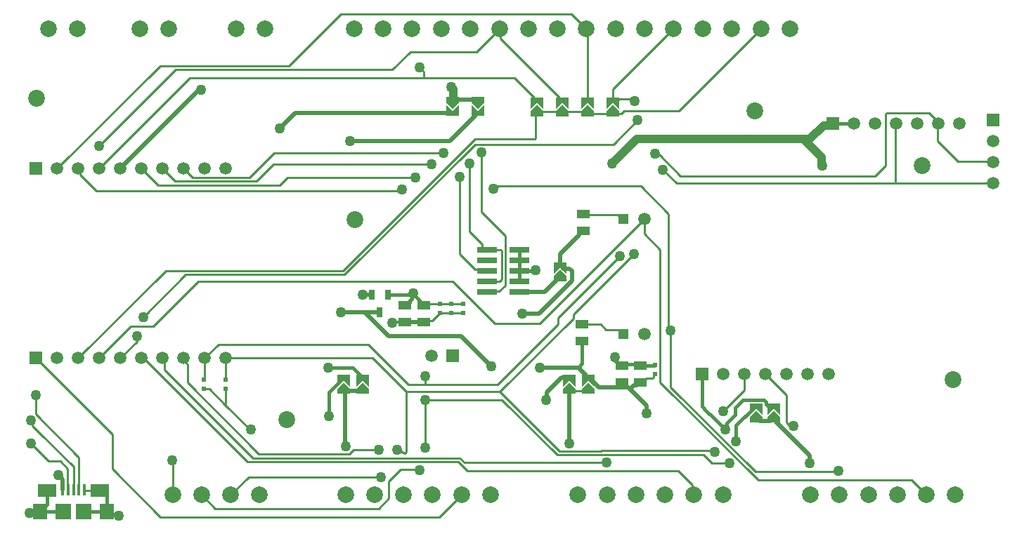
<source format=gtl>
%FSTAX23Y23*%
%MOIN*%
%SFA1B1*%

%IPPOS*%
%ADD12C,0.010000*%
%ADD13C,0.020000*%
%ADD17O,0.040000X0.020000*%
%ADD32R,0.015750X0.053150*%
%ADD33R,0.086610X0.062990*%
%ADD34R,0.070870X0.074800*%
%ADD35R,0.074800X0.074800*%
%ADD36R,0.021650X0.021650*%
%ADD37R,0.060000X0.040000*%
%ADD38R,0.094490X0.029920*%
%ADD39R,0.025590X0.049210*%
%ADD40C,0.016000*%
%ADD41C,0.040000*%
%ADD42C,0.014000*%
%ADD43C,0.079530*%
%ADD44R,0.059060X0.059060*%
%ADD45C,0.059060*%
%ADD46R,0.047240X0.047240*%
%ADD47R,0.059060X0.059060*%
%ADD48C,0.078740*%
%ADD49C,0.050000*%
%LNlayout-1*%
%LPD*%
G36*
X0321Y0302D02*
X0318Y0299D01*
X0315Y0302*
Y03045*
X0321*
Y0302*
G37*
G36*
X0309D02*
X0306Y0299D01*
X0303Y0302*
Y03045*
X0309*
Y0302*
G37*
G36*
X0385Y02987D02*
X0382Y03017D01*
X0379Y02987*
Y03042*
X0385*
Y02987*
G37*
G36*
X0373D02*
X037Y03017D01*
X0367Y02987*
Y03042*
X0373*
Y02987*
G37*
G36*
X0361D02*
X0358Y03017D01*
X0355Y02987*
Y03042*
X0361*
Y02987*
G37*
G36*
X0349D02*
X0346Y03017D01*
X0343Y02987*
Y03042*
X0349*
Y02987*
G37*
G36*
X0321Y02955D02*
X0315D01*
Y0301*
X0318Y0298*
X0321Y0301*
Y02955*
G37*
G36*
X0309D02*
X0303D01*
Y0301*
X0306Y0298*
X0309Y0301*
Y02955*
G37*
G36*
X0385Y02977D02*
Y02952D01*
X0379*
Y02977*
X0382Y03007*
X0385Y02977*
G37*
G36*
X0373D02*
Y02952D01*
X0367*
Y02977*
X037Y03007*
X0373Y02977*
G37*
G36*
X0361D02*
Y02952D01*
X0355*
Y02977*
X0358Y03007*
X0361Y02977*
G37*
G36*
X0349D02*
Y02952D01*
X0343*
Y02977*
X0346Y03007*
X0349Y02977*
G37*
G36*
X036Y02205D02*
X0357Y02235D01*
X0354Y02205*
Y0226*
X036*
Y02205*
G37*
G36*
Y02195D02*
Y0217D01*
X0354*
Y02195*
X0357Y02225*
X036Y02195*
G37*
G36*
X03735Y0167D02*
X03705Y017D01*
X03675Y0167*
Y01725*
X03735*
Y0167*
G37*
G36*
X03645D02*
X03615Y017D01*
X03585Y0167*
Y01725*
X03645*
Y0167*
G37*
G36*
X02665D02*
X02635Y017D01*
X02605Y0167*
Y01725*
X02665*
Y0167*
G37*
G36*
X02575D02*
X02545Y017D01*
X02515Y0167*
Y01725*
X02575*
Y0167*
G37*
G36*
X03735Y0166D02*
Y01635D01*
X03675*
Y0166*
X03705Y0169*
X03735Y0166*
G37*
G36*
X03645D02*
Y01635D01*
X03585*
Y0166*
X03615Y0169*
X03645Y0166*
G37*
G36*
X02665D02*
Y01635D01*
X02605*
Y0166*
X02635Y0169*
X02665Y0166*
G37*
G36*
X02575D02*
Y01635D01*
X02515*
Y0166*
X02545Y0169*
X02575Y0166*
G37*
G36*
X04615Y01535D02*
X04585Y01565D01*
X04555Y01535*
Y0159*
X04615*
Y01535*
G37*
G36*
X0453D02*
X045Y01565D01*
X0447Y01535*
Y0159*
X0453*
Y01535*
G37*
G36*
X04615Y01525D02*
Y015D01*
X04555*
Y01525*
X04585Y01555*
X04615Y01525*
G37*
G36*
X0453D02*
Y015D01*
X0447*
Y01525*
X045Y01555*
X0453Y01525*
G37*
G54D12*
X03615Y01647D02*
X03705D01*
X02899Y01275D02*
X02902Y01272D01*
X02815Y01275D02*
X02899D01*
X02822Y01354D02*
X02829D01*
X02141Y01348D02*
X02569D01*
X03117Y01308D02*
X0379D01*
X02809Y01368D02*
X02822Y01354D01*
X03094Y0133D02*
X03117Y01308D01*
X02798Y01368D02*
X02809D01*
X03087Y01312D02*
X0313Y0127D01*
X02114Y0133D02*
X03094D01*
X02087Y01312D02*
X03087D01*
X02569Y01348D02*
X0259Y0137D01*
X01595Y01805D02*
X02087Y01312D01*
X01802Y01687D02*
X02141Y01348D01*
X01694Y0175D02*
X02114Y0133D01*
X0259Y0137D02*
X0271D01*
X02832Y01351D02*
X02834D01*
X02829Y01354D02*
X02832Y01351D01*
X0293Y0138D02*
Y01605D01*
X02758Y01218D02*
X02815Y01275D01*
X02758Y01138D02*
Y01218D01*
X0284Y01357D02*
Y01645D01*
X02834Y01351D02*
X0284Y01357D01*
X02092Y0124D02*
X0272D01*
X02007Y01155D02*
X02092Y0124D01*
X0313Y0127D02*
X0413D01*
X0271Y0109D02*
X02758Y01138D01*
X01935Y0109D02*
X0271D01*
X03295Y01605D02*
X03556Y01344D01*
X04249Y01346D02*
X04289Y01305D01*
X03285Y01645D02*
X03568Y01362D01*
X03764D02*
X03766Y01364D01*
X04301*
X03556Y01344D02*
X03772D01*
X0413Y0127D02*
X04196Y01203D01*
X03568Y01362D02*
X03764D01*
X03774Y01346D02*
X04249D01*
X03772Y01344D02*
X03774Y01346D01*
X04301Y01364D02*
X04305Y0136D01*
X01313Y01178D02*
X01316Y01175D01*
X01313Y01178D02*
Y0118D01*
X01316Y01175D02*
X01386D01*
X04289Y01305D02*
X04374D01*
X04645Y015D02*
X04665Y01479D01*
X04674*
X04676Y01481*
X04645Y015D02*
Y0163D01*
X04545Y0173D02*
X04645Y0163D01*
X04343Y01551D02*
X04445Y01652D01*
Y0173*
X0293Y01605D02*
X03295D01*
X03632Y02012D02*
X0392Y023D01*
X03788Y01938D02*
X03851D01*
X0387Y0192*
X03762Y01965D02*
X03788Y01938D01*
X03675Y01965D02*
X03762D01*
X04496Y01265D02*
X0489D01*
X04045Y0169D02*
X0451Y01225D01*
X04095Y01666D02*
X04496Y01265D01*
X0451Y01225D02*
X05238D01*
X04095Y01666D02*
Y01935D01*
X04045Y0169D02*
Y0232D01*
X03632Y01992D02*
Y02012D01*
X0284Y01645D02*
X03285D01*
X03632Y01992*
X0266Y0187D02*
X0285Y0168D01*
X0195Y0187D02*
X0266D01*
X01985Y01805D02*
X0268D01*
X0284Y01645*
X0285Y0168D02*
X0293D01*
X0395Y0169D02*
X0395Y0169D01*
X0396Y01689D02*
X0398Y0171D01*
X04014Y01715D02*
Y01721D01*
X04009Y0171D02*
X04014Y01715D01*
X0398Y0171D02*
X04009D01*
X04014Y01721D02*
X0402Y01727D01*
X0395Y01689D02*
X0396D01*
X0397Y02395D02*
X04045Y0232D01*
X03Y02063D02*
X03055D01*
X02933D02*
X03D01*
X03475Y0197D02*
X0397Y02465D01*
X0326Y0197D02*
X03475D01*
X03055Y02063D02*
X0311D01*
X03095Y02299D02*
Y02665D01*
Y02299D02*
X03168Y02226D01*
X03218*
X03225Y0222*
X05115Y0272D02*
Y02964D01*
X0414Y0267D02*
X05065D01*
X05115Y0272*
X04058Y02699D02*
X04122Y02635D01*
X04043Y02767D02*
X0414Y0267D01*
X04122Y02635D02*
X0516D01*
X0516Y02635D02*
Y02849D01*
X0516Y02635D02*
X05625D01*
X0516Y0285D02*
Y02935D01*
Y02635D02*
X0516Y02635D01*
X0402Y02775D02*
X04027Y02767D01*
X04043*
X03166Y0282D02*
X03822D01*
X03936Y02934*
X02773Y01972D02*
X02775Y01975D01*
X03055Y02017D02*
X0311D01*
X03D02*
X03055D01*
X02931Y01981D02*
X02964D01*
X03Y02017*
X02925Y01975D02*
X02931Y01981D01*
X0489Y01265D02*
X04896D01*
X049*
X01731Y0132D02*
X01732Y0132D01*
Y01155D02*
Y0132D01*
X01109Y0178D02*
X01447Y01442D01*
Y01277D02*
Y01442D01*
Y01277D02*
X01675Y0105D01*
X01985Y0158D02*
X021Y01465D01*
X01908Y01657D02*
X01985Y0158D01*
Y01657*
X021Y01465D02*
X02103D01*
X021Y01465D02*
X021Y01465D01*
X0188Y01657D02*
X01908D01*
X05457Y02738D02*
X05622D01*
X0536Y02835D02*
X05457Y02738D01*
X05622D02*
X05625Y02735D01*
X03274Y0168D02*
X0356Y01966D01*
Y01995D02*
X03855Y0229D01*
X0293Y0168D02*
X03274D01*
X0356Y01966D02*
Y01995D01*
X01099Y0145D02*
D01*
X01067Y01482D02*
Y015D01*
Y01482D02*
X01099Y0145D01*
X01262Y01287D01*
X0106Y014D02*
X01145Y01315D01*
X012*
X0382Y02965D02*
X0386D01*
X01085Y01537D02*
X01288Y01333D01*
X01085Y01537D02*
Y0163D01*
X0106Y01508D02*
X01067Y015D01*
X01288Y0118D02*
Y01333D01*
X01085Y01805D02*
X01109Y0178D01*
X01675Y0105D02*
X02998D01*
X01855Y0217D02*
X0306D01*
X0326Y0197*
X0397Y02395D02*
Y02465D01*
X012Y01315D02*
X01235Y0128D01*
Y01182D02*
Y0128D01*
X01262Y0118D02*
Y01287D01*
X0293Y0168D02*
Y0172D01*
X0187Y01155D02*
X01935Y0109D01*
X02998Y0105D02*
X03103Y01155D01*
X03196Y02498D02*
Y02782D01*
X0331Y0215D02*
Y02385D01*
X03196Y02498D02*
X0331Y02385D01*
X02215Y0278D02*
X0302D01*
X0314Y02405D02*
Y0273D01*
X03255Y0261D02*
X03265D01*
X03278Y02623D02*
X03952D01*
X03265Y0261D02*
X03278Y02623D01*
X03285Y0217D02*
X03292Y02177D01*
X03286Y0232D02*
X03292Y02314D01*
Y02177D02*
Y02314D01*
X0321Y0232D02*
X03286D01*
X03226Y02121D02*
X03281D01*
X0331Y0215*
X03225Y0212D02*
X03226Y02121D01*
X03225Y0217D02*
X03285D01*
X04196Y01163D02*
Y01203D01*
Y01163D02*
X04205Y01155D01*
X0489Y01268D02*
X04896D01*
X049Y01265*
X05238Y01225D02*
X05308Y01155D01*
X0379Y01157D02*
X03792Y01155D01*
X0269D02*
X02693Y01158D01*
X01802Y01687D02*
Y01774D01*
X01785Y01792D02*
Y01805D01*
Y01792D02*
X01802Y01774D01*
X01694Y0175D02*
Y01795D01*
X01685Y01805D02*
X01694Y01795D01*
X03875Y0298D02*
X04132D01*
X037Y02965D02*
X0382D01*
X0386D02*
X03875Y0298D01*
X04132D02*
X04522Y0337D01*
X03917Y03032D02*
X03925Y03024D01*
X03899Y03035D02*
X03901Y03032D01*
X03917*
X0385Y03035D02*
X03899D01*
X03845Y0303D02*
X0385Y03035D01*
X01592Y02D02*
X01794Y02202D01*
X02548*
X03166Y0282*
X03019Y0278D02*
X0302Y0278D01*
X03018Y0278D02*
X03019D01*
X0221Y02725D02*
X0296D01*
X032Y02329D02*
Y02344D01*
Y02329D02*
X0321Y0232D01*
X0314Y02405D02*
X032Y02344D01*
X03952Y02623D02*
X04085Y0249D01*
X02276Y02663D02*
X02884D01*
X01663Y02626D02*
X02239D01*
X02276Y02663*
X03166Y02845D02*
X03449D01*
X03001Y0268D02*
X03166Y02845D01*
X03001Y0268D02*
D01*
X02097Y02662D02*
X02215Y0278D01*
X02541Y0222D02*
X03001Y0268D01*
X02129Y02644D02*
X0221Y02725D01*
X017Y0222D02*
X02541D01*
X01285Y01805D02*
X017Y0222D01*
X01563Y01883D02*
Y01909D01*
X01485Y01805D02*
X01563Y01883D01*
X0516Y0285D02*
X0516Y02849D01*
X0532Y0297D02*
X05355Y02935D01*
X0512Y0297D02*
X0532D01*
X05355Y02935D02*
X0536D01*
X05115Y02964D02*
X0512Y0297D01*
X0409Y01935D02*
X04095D01*
X04085Y0194D02*
X0409Y01935D01*
X04085Y0194D02*
Y0249D01*
X01885Y01805D02*
X0195Y0187D01*
X0536Y02835D02*
Y02935D01*
X03455Y0285D02*
Y02965D01*
X03449Y02845D02*
X03455Y0285D01*
X01785Y02705D02*
X01827Y02662D01*
X02097*
X01745Y02644D02*
X02129D01*
X01685Y02705D02*
X01745Y02644D01*
X01585Y02705D02*
X01663Y02626D01*
X0137Y026D02*
X0281D01*
X0282Y02605D02*
Y0261D01*
X01365Y02605D02*
D01*
X0281Y026D02*
X0282Y0261D01*
X01365Y02605D02*
X0137Y026D01*
X01294Y02676D02*
X01365Y02605D01*
X03455Y02965D02*
Y02974D01*
X01285Y02705D02*
X01294Y02695D01*
Y02676D02*
Y02695D01*
X03288Y03321D02*
X03568Y03041D01*
Y03034D02*
Y03041D01*
X03572Y0303D02*
X0358D01*
X03282Y0337D02*
X03288Y03363D01*
Y03321D02*
Y03363D01*
X03568Y03034D02*
X03572Y0303D01*
X03172Y0326D02*
X03282Y0337D01*
X0286Y0326D02*
X03172D01*
X02775Y03175D02*
X0286Y0326D01*
X02925Y03135D02*
Y03163D01*
X02903Y03185D02*
X02925Y03163D01*
X01815Y03135D02*
X02925D01*
X01746Y03175D02*
X02775D01*
X02283Y03193D02*
X0253Y0344D01*
X01185Y02705D02*
X01673Y03193D01*
X02283*
X01384Y02813D02*
X01746Y03175D01*
X01385Y02705D02*
X01815Y03135D01*
X03695Y0337D02*
X037Y03365D01*
X03625Y0344D02*
X03695Y0337D01*
X0253Y0344D02*
X03625D01*
X03448Y03034D02*
Y03041D01*
X02925Y03135D02*
X03355D01*
X03452Y0303D02*
X0346D01*
X03448Y03034D02*
X03452Y0303D01*
X03355Y03135D02*
X03448Y03041D01*
X0382Y0303D02*
Y03081D01*
X04108Y0337*
X037Y0303D02*
Y03365D01*
X01235Y01182D02*
X01236Y0118D01*
X01585Y01805D02*
X01595D01*
X03845Y02485D02*
X03846Y02483D01*
X0368Y0249D02*
X03685Y02485D01*
X03851Y02483D02*
X0387Y02465D01*
X03846Y02483D02*
X03851D01*
X03685Y02485D02*
X03845D01*
X0164Y01955D02*
X01855Y0217D01*
X01535Y01955D02*
X0164D01*
X01385Y01805D02*
X01535Y01955D01*
X03594Y02985D02*
X03604Y02974D01*
X03585Y02985D02*
X03594D01*
X03604Y02974D02*
X03679D01*
X03688Y02965*
X037*
X03574Y02974D02*
X03585Y02985D01*
X03484Y02974D02*
X03574D01*
X03479Y0298D02*
X03484Y02974D01*
X03455Y02974D02*
X0346Y0298D01*
X03479*
X01985Y01703D02*
Y01805D01*
X0188Y01703D02*
X01885Y01708D01*
Y01805*
G54D13*
X03611Y01647D02*
Y01659D01*
X02549Y0139D02*
Y01647D01*
Y0139D02*
X02553Y01386D01*
X02549Y01647D02*
X02553D01*
X04595Y01502D02*
X04755Y01342D01*
X03615Y014D02*
Y01647D01*
X03611D02*
X03615D01*
X0398Y01544D02*
Y01579D01*
Y01544D02*
X03981Y01543D01*
X03895Y01665D02*
X0398Y01579D01*
X03755Y01665D02*
X03895D01*
X03934Y01674D02*
X0395Y0169D01*
X0391Y01664D02*
X0392Y01674D01*
X03934*
X03712Y01708D02*
X03755Y01665D01*
X0339Y02015D02*
X0347D01*
X03626Y02171D02*
Y02218D01*
X0347Y02015D02*
X03626Y02171D01*
X03497Y0212D02*
X0356Y02182D01*
X03615Y0223D02*
X03626Y02218D01*
X03378Y0212D02*
X03497D01*
X0356Y02182D02*
X0357D01*
X03585Y0223D02*
X03615D01*
X02835Y01975D02*
X02925D01*
X03506Y01606D02*
Y01641D01*
X03505Y01605D02*
X03506Y01606D01*
Y01641D02*
X03577Y01712D01*
X03615*
X02645Y02023D02*
X02715D01*
X02533D02*
X02645D01*
X03695Y01712D02*
Y01722D01*
X02645Y02023D02*
X02758Y0191D01*
X031*
X03245Y01765*
X03657Y0176D02*
X03695Y01722D01*
X03475Y0176D02*
X03657D01*
X03695Y01712D02*
X03705D01*
X02635Y02105D02*
X02635Y02105D01*
X02676*
X02677Y02106*
X02531Y02021D02*
X02533Y02023D01*
X0224Y02895D02*
X02312Y02967D01*
X02239Y02895D02*
Y02895D01*
Y02895D02*
X0224Y02895D01*
X02312Y02967D02*
X0306D01*
X0317Y02957D02*
Y02967D01*
X02575Y02835D02*
X03047D01*
X0317Y02967D02*
X0318D01*
X03047Y02835D02*
X0317Y02957D01*
X01485Y02705D02*
X01865Y03085D01*
Y0308D02*
Y03085D01*
Y0308D02*
X01867Y03077D01*
X01211Y0118D02*
Y01228D01*
X0119Y0125D02*
X01211Y01228D01*
X03065Y0302D02*
Y03032D01*
X0318*
X0306D02*
X03065D01*
X03055Y03091D02*
X03065Y03082D01*
X02553Y01647D02*
X02622D01*
X02545D02*
X02553D01*
X04575Y01512D02*
X04595D01*
X0451D02*
X04517Y01505D01*
X04567D02*
X04575Y01512D01*
X04517Y01505D02*
X04567D01*
X04595Y01502D02*
Y01512D01*
X045D02*
X0451D01*
X04755Y01304D02*
Y01342D01*
X0366Y0239D02*
Y024D01*
X0367Y0241*
X0368*
X0357Y02247D02*
Y023D01*
X0366Y0239*
G54D17*
X04585Y01577D03*
Y01512D03*
X045Y01577D03*
Y01512D03*
X02545Y01712D03*
Y01647D03*
X02635Y01712D03*
Y01647D03*
X03615D03*
Y01712D03*
X03705Y01647D03*
Y01712D03*
X0357Y02182D03*
Y02247D03*
X0318Y03032D03*
Y02967D03*
X0306Y03032D03*
Y02967D03*
X0346Y02965D03*
Y0303D03*
X0358Y02965D03*
Y0303D03*
X0382Y02965D03*
Y0303D03*
X037Y02965D03*
Y0303D03*
G54D32*
X01211Y0118D03*
X01236D03*
X01262D03*
X01288D03*
X01313D03*
G54D33*
X01138Y01175D03*
X01386D03*
G54D34*
X01105Y01075D03*
X01419D03*
G54D35*
X01215Y01075D03*
X01309D03*
G54D36*
X0402Y01773D03*
Y01727D03*
X0311Y02063D03*
Y02017D03*
X03055Y02063D03*
Y02017D03*
X03Y02063D03*
Y02017D03*
X0188Y01657D03*
Y01703D03*
X01985Y01657D03*
Y01703D03*
G54D37*
X0395Y01689D03*
Y01769D03*
X03865Y01689D03*
Y01769D03*
X02835Y01975D03*
Y02055D03*
X02925Y01975D03*
Y02055D03*
X03675Y01885D03*
Y01965D03*
X0368Y0241D03*
Y0249D03*
G54D38*
X03378Y0212D03*
X03225D03*
X03378Y0217D03*
X03225D03*
X03378Y0222D03*
X03225D03*
X03378Y0227D03*
X03225D03*
X03378Y0232D03*
X03225D03*
G54D39*
X02752Y02106D03*
X02677D03*
X02715Y02023D03*
G54D40*
X04546Y01586D02*
X04555Y01577D01*
X04546Y01586D02*
Y01596D01*
X04437Y01606D02*
X04536D01*
X04555Y01577D02*
X04585D01*
X04536Y01606D02*
X04546Y01596D01*
X044Y01568D02*
X04437Y01606D01*
X044Y01535D02*
Y01568D01*
X04355Y01465D02*
X04361Y01471D01*
Y01496*
X044Y01535*
X0395Y01769D02*
X04016D01*
X03835Y01789D02*
Y01802D01*
X03829Y01809D02*
X03835Y01802D01*
Y01789D02*
X03848Y01776D01*
X03968*
X04245Y01575D02*
X04254Y01566D01*
X04281Y01539D02*
X04355Y01465D01*
X04254Y01563D02*
X04278Y01539D01*
X04254Y01563D02*
Y01566D01*
X04278Y01539D02*
X04281D01*
X04245Y01575D02*
Y0173D01*
X04405Y01485D02*
X04489Y01569D01*
X04405Y0141D02*
Y01485D01*
X04016Y01769D02*
X0402Y01773D01*
X03657Y0176D02*
X03675Y01777D01*
Y01885*
X03452Y0222D02*
X03453Y02221D01*
X03378Y0222D02*
X03452D01*
X03378Y0217D02*
Y0222D01*
Y0227*
Y0232*
X02925Y02055D02*
X02933Y02063D01*
X02903Y02067D02*
Y02077D01*
X02872Y02107D02*
X02903Y02077D01*
X02915Y02055D02*
X02925D01*
X02903Y02067D02*
X02915Y02055D01*
X02872Y02107D02*
Y02112D01*
X02867Y02106D02*
X02872Y02112D01*
X02866Y02105D02*
X02867Y02106D01*
X02857Y02067D02*
Y02077D01*
X02866Y02086*
Y02105*
X02835Y02055D02*
X02845D01*
X02857Y02067*
X02752Y02106D02*
X02867D01*
X0147Y01062D02*
X01478Y01054D01*
X01419Y01075D02*
X01432Y01062D01*
X0147*
X01054Y01067D02*
X01061Y01075D01*
X01105*
Y01076*
X01138Y0111D02*
Y01175D01*
X01105Y01076D02*
X01138Y0111D01*
X01396Y01175D02*
X01419Y01151D01*
X01386Y01175D02*
X01396D01*
X01419Y01075D02*
Y01151D01*
X01309Y01075D02*
X01419D01*
X01105D02*
X01215D01*
X04865Y0292D02*
X04965D01*
X02587Y0176D02*
X02624Y01723D01*
X0247Y0176D02*
X02587D01*
X02626Y01712D02*
X02635D01*
X02624Y01714D02*
X02626Y01712D01*
X02624Y01714D02*
Y01723D01*
X02475Y0153D02*
Y01642D01*
X02534Y01701*
X02536Y01712D02*
X02545D01*
X02534Y0171D02*
X02536Y01712D01*
X02534Y01701D02*
Y0171D01*
X04491Y01577D02*
X045D01*
X04489Y01575D02*
X04491Y01577D01*
X04489Y01569D02*
Y01575D01*
G54D41*
X0481Y02715D02*
Y0276D01*
X04725Y02845D02*
X04755D01*
X03935D02*
X04725D01*
X04812Y02717D02*
Y02718D01*
X0481Y02715D02*
X04812Y02717D01*
X04725Y02845D02*
X0481Y0276D01*
X0482Y0291D02*
X04855D01*
X04755Y02845D02*
X0482Y0291D01*
X04855D02*
X04865Y0292D01*
X03818Y02728D02*
X03935Y02845D01*
X03065Y03032D02*
Y03082D01*
G54D42*
X02775Y01975D02*
X02835D01*
G54D43*
X05288Y02718D03*
X02598Y02463D03*
X05433Y01703D03*
X04493Y02978D03*
X02273Y01513D03*
X01088Y03038D03*
G54D44*
X01085Y02705D03*
X04865Y0292D03*
X04245Y0173D03*
X01085Y01805D03*
X0306Y01815D03*
G54D45*
X01185Y02705D03*
X01385D03*
X01485D03*
X01585D03*
X01685D03*
X01785D03*
X01885D03*
X01985D03*
X01285D03*
X0397Y02465D03*
Y0192D03*
X05065Y0292D03*
X04965D03*
X05165D03*
X05265D03*
X05365D03*
X05465D03*
X05625Y02835D03*
Y02735D03*
Y02635D03*
X04845Y0173D03*
X04745D03*
X04645D03*
X04545D03*
X04345D03*
X04445D03*
X01285Y01805D03*
X01985D03*
X01885D03*
X01785D03*
X01685D03*
X01585D03*
X01485D03*
X01385D03*
X01185D03*
X0296Y01815D03*
G54D46*
X0387Y02465D03*
Y0192D03*
G54D47*
X05625Y02935D03*
G54D48*
X04522Y0337D03*
X0466D03*
X04246D03*
X04384D03*
X03971D03*
X04108D03*
X03695D03*
X03833D03*
X03419D03*
X03557D03*
X03144D03*
X03282D03*
X02868D03*
X03006D03*
X02593D03*
X0273D03*
X02032D03*
X0217D03*
X01577D03*
X01715D03*
X01142D03*
X0128D03*
X04894Y01155D03*
X04756D03*
X05445D03*
X05308D03*
X0517D03*
X05032D03*
X04343D03*
X04205D03*
X04067D03*
X0393D03*
X03792D03*
X03654D03*
X03241D03*
X03103D03*
X02965D03*
X02827D03*
X0269D03*
X02552D03*
X02145D03*
X02007D03*
X0187D03*
X01732D03*
G54D49*
X02902Y01272D03*
X02798Y01368D03*
X02553Y01386D03*
X0293Y0138D03*
X0272Y0124D03*
X0379Y01308D03*
X04374Y01305D03*
X04305Y0136D03*
X04676Y01481D03*
X04343Y01551D03*
X03615Y014D03*
X04355Y01465D03*
X04405Y0141D03*
X03981Y01543D03*
X03829Y01809D03*
X0339Y02015D03*
X03453Y02221D03*
X02872Y02112D03*
X01478Y01054D03*
X01054Y01067D03*
X04812Y02718D03*
X04058Y02699D03*
X03818Y02728D03*
X0247Y0176D03*
X02475Y0153D03*
X02773Y01972D03*
X03505Y01605D03*
X03245Y01765D03*
X03475Y0176D03*
X01731Y0132D03*
X02103Y01465D03*
X0402Y02775D03*
X0392Y023D03*
X03855Y0229D03*
X0106Y014D03*
X01085Y0163D03*
X0106Y01508D03*
X02635Y02105D03*
X02531Y02021D03*
X02239Y02895D03*
X02575Y02835D03*
X01867Y03077D03*
X0119Y0125D03*
X0293Y0172D03*
Y01605D03*
X03055Y03091D03*
X04755Y01304D03*
X0314Y0273D03*
X03196Y02782D03*
X03255Y0261D03*
X0271Y0137D03*
X0489Y01268D03*
X03925Y03024D03*
X03936Y02934D03*
X03018Y0278D03*
X0296Y02725D03*
X03095Y02665D03*
X01592Y02D03*
X01563Y01909D03*
X0282Y02605D03*
X02884Y02663D03*
X04095Y01935D03*
X02903Y03185D03*
X01384Y02813D03*
M02*
</source>
